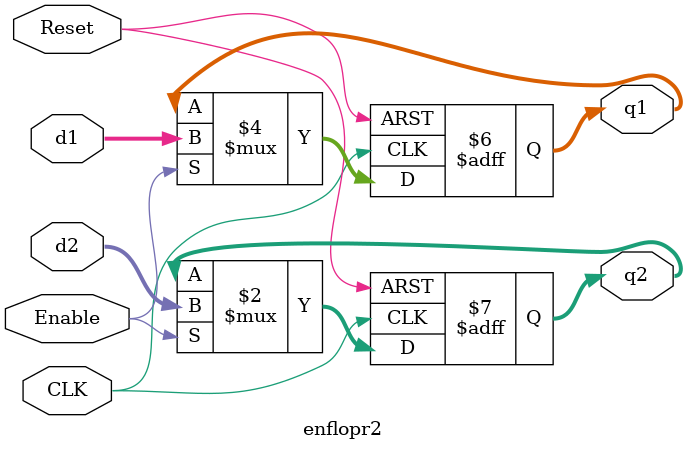
<source format=sv>
module enflopr2 #(parameter WIDTH = 32)
                 (input  logic CLK, Reset, Enable,
                  input  logic [WIDTH-1:0] d1, d2,
                  output logic [WIDTH-1:0] q1, q2
                  );
                  
always_ff @(posedge CLK, posedge Reset)
    if(Reset)
        begin
            q1 <= 0; q2 <= 0;
        end
    else if(Enable)
        begin
            q1 <= d1; q2 <= d2;
        end
endmodule

</source>
